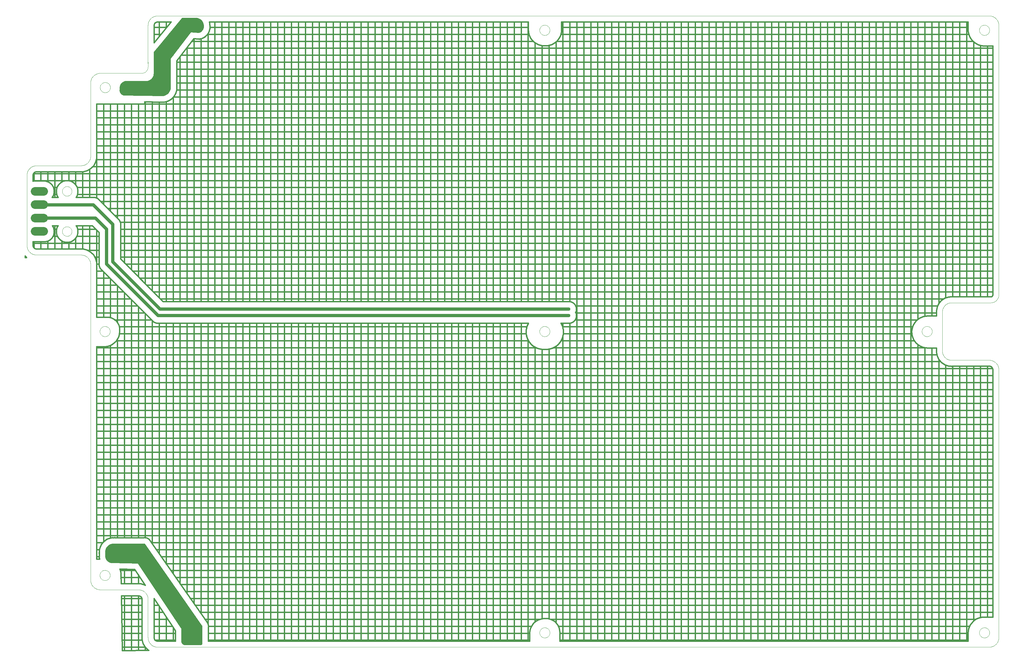
<source format=gtl>
G75*
%MOIN*%
%OFA0B0*%
%FSLAX24Y24*%
%IPPOS*%
%LPD*%
%AMOC8*
5,1,8,0,0,1.08239X$1,22.5*
%
%ADD10C,0.0000*%
%ADD11C,0.1063*%
%ADD12R,0.0317X0.0317*%
%ADD13C,0.0400*%
%ADD14C,0.0120*%
%ADD15C,0.0280*%
%ADD16C,0.0160*%
D10*
X012470Y011579D02*
X017193Y011579D01*
X017193Y011578D02*
X017259Y011576D01*
X017325Y011571D01*
X017391Y011561D01*
X017456Y011548D01*
X017520Y011532D01*
X017583Y011512D01*
X017645Y011488D01*
X017705Y011461D01*
X017764Y011431D01*
X017821Y011397D01*
X017876Y011360D01*
X017929Y011320D01*
X017980Y011278D01*
X018028Y011232D01*
X018074Y011184D01*
X018116Y011133D01*
X018156Y011080D01*
X018193Y011025D01*
X018227Y010968D01*
X018257Y010909D01*
X018284Y010849D01*
X018308Y010787D01*
X018328Y010724D01*
X018344Y010660D01*
X018357Y010595D01*
X018367Y010529D01*
X018372Y010463D01*
X018374Y010397D01*
X018374Y005674D01*
X018375Y005674D02*
X018377Y005608D01*
X018382Y005542D01*
X018392Y005476D01*
X018405Y005411D01*
X018421Y005347D01*
X018441Y005284D01*
X018465Y005222D01*
X018492Y005162D01*
X018522Y005103D01*
X018556Y005046D01*
X018593Y004991D01*
X018633Y004938D01*
X018675Y004887D01*
X018721Y004839D01*
X018769Y004793D01*
X018820Y004751D01*
X018873Y004711D01*
X018928Y004674D01*
X018985Y004640D01*
X019044Y004610D01*
X019104Y004583D01*
X019166Y004559D01*
X019229Y004539D01*
X019293Y004523D01*
X019358Y004510D01*
X019424Y004500D01*
X019490Y004495D01*
X019556Y004493D01*
X122312Y004493D01*
X122378Y004495D01*
X122444Y004500D01*
X122510Y004510D01*
X122575Y004523D01*
X122639Y004539D01*
X122702Y004559D01*
X122764Y004583D01*
X122824Y004610D01*
X122883Y004640D01*
X122940Y004674D01*
X122995Y004711D01*
X123048Y004751D01*
X123099Y004793D01*
X123147Y004839D01*
X123193Y004887D01*
X123235Y004938D01*
X123275Y004991D01*
X123312Y005046D01*
X123346Y005103D01*
X123376Y005162D01*
X123403Y005222D01*
X123427Y005284D01*
X123447Y005347D01*
X123463Y005411D01*
X123476Y005476D01*
X123486Y005542D01*
X123491Y005608D01*
X123493Y005674D01*
X123493Y038745D01*
X123491Y038811D01*
X123486Y038877D01*
X123476Y038943D01*
X123463Y039008D01*
X123447Y039072D01*
X123427Y039135D01*
X123403Y039197D01*
X123376Y039257D01*
X123346Y039316D01*
X123312Y039373D01*
X123275Y039428D01*
X123235Y039481D01*
X123193Y039532D01*
X123147Y039580D01*
X123099Y039626D01*
X123048Y039668D01*
X122995Y039708D01*
X122940Y039745D01*
X122883Y039779D01*
X122824Y039809D01*
X122764Y039836D01*
X122702Y039860D01*
X122639Y039880D01*
X122575Y039896D01*
X122510Y039909D01*
X122444Y039919D01*
X122378Y039924D01*
X122312Y039926D01*
X117588Y039926D01*
X117523Y039931D01*
X117458Y039940D01*
X117394Y039953D01*
X117331Y039970D01*
X117269Y039990D01*
X117208Y040014D01*
X117149Y040041D01*
X117091Y040072D01*
X117035Y040106D01*
X116982Y040143D01*
X116930Y040183D01*
X116881Y040227D01*
X116835Y040273D01*
X116791Y040321D01*
X116750Y040372D01*
X116713Y040425D01*
X116678Y040481D01*
X116647Y040538D01*
X116619Y040597D01*
X116595Y040658D01*
X116574Y040720D01*
X116557Y040783D01*
X116543Y040847D01*
X116533Y040911D01*
X116527Y040976D01*
X116525Y041042D01*
X116527Y041107D01*
X116527Y045832D01*
X116525Y045897D01*
X116527Y045963D01*
X116533Y046028D01*
X116543Y046092D01*
X116557Y046156D01*
X116574Y046219D01*
X116595Y046281D01*
X116619Y046342D01*
X116647Y046401D01*
X116678Y046458D01*
X116713Y046514D01*
X116750Y046567D01*
X116791Y046618D01*
X116835Y046666D01*
X116881Y046712D01*
X116930Y046756D01*
X116982Y046796D01*
X117035Y046833D01*
X117091Y046867D01*
X117149Y046898D01*
X117208Y046925D01*
X117269Y046949D01*
X117331Y046969D01*
X117394Y046986D01*
X117458Y046999D01*
X117523Y047008D01*
X117588Y047013D01*
X122509Y047013D01*
X122571Y047015D01*
X122632Y047021D01*
X122693Y047030D01*
X122754Y047044D01*
X122813Y047061D01*
X122871Y047082D01*
X122928Y047107D01*
X122983Y047135D01*
X123036Y047166D01*
X123087Y047201D01*
X123136Y047239D01*
X123183Y047280D01*
X123226Y047323D01*
X123267Y047370D01*
X123305Y047419D01*
X123340Y047470D01*
X123371Y047523D01*
X123399Y047578D01*
X123424Y047635D01*
X123445Y047693D01*
X123462Y047752D01*
X123476Y047813D01*
X123485Y047874D01*
X123491Y047935D01*
X123493Y047997D01*
X123490Y047879D02*
X123490Y081263D01*
X123493Y081265D02*
X123491Y081331D01*
X123486Y081397D01*
X123476Y081463D01*
X123463Y081528D01*
X123447Y081592D01*
X123427Y081655D01*
X123403Y081717D01*
X123376Y081777D01*
X123346Y081836D01*
X123312Y081893D01*
X123275Y081948D01*
X123235Y082001D01*
X123193Y082052D01*
X123147Y082100D01*
X123099Y082146D01*
X123048Y082188D01*
X122995Y082228D01*
X122940Y082265D01*
X122883Y082299D01*
X122824Y082329D01*
X122764Y082356D01*
X122702Y082380D01*
X122639Y082400D01*
X122575Y082416D01*
X122510Y082429D01*
X122444Y082439D01*
X122378Y082444D01*
X122312Y082446D01*
X019556Y082446D01*
X019555Y082444D02*
X019489Y082442D01*
X019423Y082437D01*
X019357Y082427D01*
X019292Y082414D01*
X019228Y082398D01*
X019165Y082378D01*
X019103Y082354D01*
X019043Y082327D01*
X018984Y082297D01*
X018927Y082263D01*
X018872Y082226D01*
X018819Y082186D01*
X018768Y082144D01*
X018720Y082098D01*
X018674Y082050D01*
X018632Y081999D01*
X018592Y081946D01*
X018555Y081891D01*
X018521Y081834D01*
X018491Y081775D01*
X018464Y081715D01*
X018440Y081653D01*
X018420Y081590D01*
X018404Y081526D01*
X018391Y081461D01*
X018381Y081395D01*
X018376Y081329D01*
X018374Y081263D01*
X018374Y076579D01*
X018375Y076737D02*
X018375Y076147D01*
X018373Y076093D01*
X018368Y076040D01*
X018359Y075987D01*
X018346Y075935D01*
X018330Y075883D01*
X018310Y075833D01*
X018287Y075785D01*
X018260Y075738D01*
X018231Y075693D01*
X018198Y075650D01*
X018163Y075610D01*
X018125Y075572D01*
X018085Y075537D01*
X018042Y075504D01*
X017997Y075475D01*
X017950Y075448D01*
X017902Y075425D01*
X017852Y075405D01*
X017800Y075389D01*
X017748Y075376D01*
X017695Y075367D01*
X017642Y075362D01*
X017588Y075360D01*
X017588Y075359D02*
X012470Y075359D01*
X012404Y075357D01*
X012338Y075352D01*
X012272Y075342D01*
X012207Y075329D01*
X012143Y075313D01*
X012080Y075293D01*
X012018Y075269D01*
X011958Y075242D01*
X011899Y075212D01*
X011842Y075178D01*
X011787Y075141D01*
X011734Y075101D01*
X011683Y075059D01*
X011635Y075013D01*
X011589Y074965D01*
X011547Y074914D01*
X011507Y074861D01*
X011470Y074806D01*
X011436Y074749D01*
X011406Y074690D01*
X011379Y074630D01*
X011355Y074568D01*
X011335Y074505D01*
X011319Y074441D01*
X011306Y074376D01*
X011296Y074310D01*
X011291Y074244D01*
X011289Y074178D01*
X011289Y065123D01*
X011288Y065123D02*
X011286Y065057D01*
X011281Y064991D01*
X011271Y064925D01*
X011258Y064860D01*
X011242Y064796D01*
X011222Y064733D01*
X011198Y064671D01*
X011171Y064611D01*
X011141Y064552D01*
X011107Y064495D01*
X011070Y064440D01*
X011030Y064387D01*
X010988Y064336D01*
X010942Y064288D01*
X010894Y064242D01*
X010843Y064200D01*
X010790Y064160D01*
X010735Y064123D01*
X010678Y064089D01*
X010619Y064059D01*
X010559Y064032D01*
X010497Y064008D01*
X010434Y063988D01*
X010370Y063972D01*
X010305Y063959D01*
X010239Y063949D01*
X010173Y063944D01*
X010107Y063942D01*
X004596Y063942D01*
X004530Y063940D01*
X004464Y063935D01*
X004398Y063925D01*
X004333Y063912D01*
X004269Y063896D01*
X004206Y063876D01*
X004144Y063852D01*
X004084Y063825D01*
X004025Y063795D01*
X003968Y063761D01*
X003913Y063724D01*
X003860Y063684D01*
X003809Y063642D01*
X003761Y063596D01*
X003715Y063548D01*
X003673Y063497D01*
X003633Y063444D01*
X003596Y063389D01*
X003562Y063332D01*
X003532Y063273D01*
X003505Y063213D01*
X003481Y063151D01*
X003461Y063088D01*
X003445Y063024D01*
X003432Y062959D01*
X003422Y062893D01*
X003417Y062827D01*
X003415Y062761D01*
X003415Y054100D01*
X003417Y054034D01*
X003422Y053968D01*
X003432Y053902D01*
X003445Y053837D01*
X003461Y053773D01*
X003481Y053710D01*
X003505Y053648D01*
X003532Y053588D01*
X003562Y053529D01*
X003596Y053472D01*
X003633Y053417D01*
X003673Y053364D01*
X003715Y053313D01*
X003761Y053265D01*
X003809Y053219D01*
X003860Y053177D01*
X003913Y053137D01*
X003968Y053100D01*
X004025Y053066D01*
X004084Y053036D01*
X004144Y053009D01*
X004206Y052985D01*
X004269Y052965D01*
X004333Y052949D01*
X004398Y052936D01*
X004464Y052926D01*
X004530Y052921D01*
X004596Y052919D01*
X010107Y052919D01*
X010107Y052918D02*
X010173Y052916D01*
X010239Y052911D01*
X010305Y052901D01*
X010370Y052888D01*
X010434Y052872D01*
X010497Y052852D01*
X010559Y052828D01*
X010619Y052801D01*
X010678Y052771D01*
X010735Y052737D01*
X010790Y052700D01*
X010843Y052660D01*
X010894Y052618D01*
X010942Y052572D01*
X010988Y052524D01*
X011030Y052473D01*
X011070Y052420D01*
X011107Y052365D01*
X011141Y052308D01*
X011171Y052249D01*
X011198Y052189D01*
X011222Y052127D01*
X011242Y052064D01*
X011258Y052000D01*
X011271Y051935D01*
X011281Y051869D01*
X011286Y051803D01*
X011288Y051737D01*
X011289Y051737D02*
X011289Y012760D01*
X011291Y012694D01*
X011296Y012628D01*
X011306Y012562D01*
X011319Y012497D01*
X011335Y012433D01*
X011355Y012370D01*
X011379Y012308D01*
X011406Y012248D01*
X011436Y012189D01*
X011470Y012132D01*
X011507Y012077D01*
X011547Y012024D01*
X011589Y011973D01*
X011635Y011925D01*
X011683Y011879D01*
X011734Y011837D01*
X011787Y011797D01*
X011842Y011760D01*
X011899Y011726D01*
X011958Y011696D01*
X012018Y011669D01*
X012080Y011645D01*
X012143Y011625D01*
X012207Y011609D01*
X012272Y011596D01*
X012338Y011586D01*
X012404Y011581D01*
X012470Y011579D01*
X012430Y013352D02*
X012432Y013402D01*
X012438Y013452D01*
X012448Y013501D01*
X012462Y013549D01*
X012479Y013596D01*
X012500Y013641D01*
X012525Y013685D01*
X012553Y013726D01*
X012585Y013765D01*
X012619Y013802D01*
X012656Y013836D01*
X012696Y013866D01*
X012738Y013893D01*
X012782Y013917D01*
X012828Y013938D01*
X012875Y013954D01*
X012923Y013967D01*
X012973Y013976D01*
X013022Y013981D01*
X013073Y013982D01*
X013123Y013979D01*
X013172Y013972D01*
X013221Y013961D01*
X013269Y013946D01*
X013315Y013928D01*
X013360Y013906D01*
X013403Y013880D01*
X013444Y013851D01*
X013483Y013819D01*
X013519Y013784D01*
X013551Y013746D01*
X013581Y013706D01*
X013608Y013663D01*
X013631Y013619D01*
X013650Y013573D01*
X013666Y013525D01*
X013678Y013476D01*
X013686Y013427D01*
X013690Y013377D01*
X013690Y013327D01*
X013686Y013277D01*
X013678Y013228D01*
X013666Y013179D01*
X013650Y013131D01*
X013631Y013085D01*
X013608Y013041D01*
X013581Y012998D01*
X013551Y012958D01*
X013519Y012920D01*
X013483Y012885D01*
X013444Y012853D01*
X013403Y012824D01*
X013360Y012798D01*
X013315Y012776D01*
X013269Y012758D01*
X013221Y012743D01*
X013172Y012732D01*
X013123Y012725D01*
X013073Y012722D01*
X013022Y012723D01*
X012973Y012728D01*
X012923Y012737D01*
X012875Y012750D01*
X012828Y012766D01*
X012782Y012787D01*
X012738Y012811D01*
X012696Y012838D01*
X012656Y012868D01*
X012619Y012902D01*
X012585Y012939D01*
X012553Y012978D01*
X012525Y013019D01*
X012500Y013063D01*
X012479Y013108D01*
X012462Y013155D01*
X012448Y013203D01*
X012438Y013252D01*
X012432Y013302D01*
X012430Y013352D01*
X012430Y043470D02*
X012432Y043520D01*
X012438Y043570D01*
X012448Y043619D01*
X012462Y043667D01*
X012479Y043714D01*
X012500Y043759D01*
X012525Y043803D01*
X012553Y043844D01*
X012585Y043883D01*
X012619Y043920D01*
X012656Y043954D01*
X012696Y043984D01*
X012738Y044011D01*
X012782Y044035D01*
X012828Y044056D01*
X012875Y044072D01*
X012923Y044085D01*
X012973Y044094D01*
X013022Y044099D01*
X013073Y044100D01*
X013123Y044097D01*
X013172Y044090D01*
X013221Y044079D01*
X013269Y044064D01*
X013315Y044046D01*
X013360Y044024D01*
X013403Y043998D01*
X013444Y043969D01*
X013483Y043937D01*
X013519Y043902D01*
X013551Y043864D01*
X013581Y043824D01*
X013608Y043781D01*
X013631Y043737D01*
X013650Y043691D01*
X013666Y043643D01*
X013678Y043594D01*
X013686Y043545D01*
X013690Y043495D01*
X013690Y043445D01*
X013686Y043395D01*
X013678Y043346D01*
X013666Y043297D01*
X013650Y043249D01*
X013631Y043203D01*
X013608Y043159D01*
X013581Y043116D01*
X013551Y043076D01*
X013519Y043038D01*
X013483Y043003D01*
X013444Y042971D01*
X013403Y042942D01*
X013360Y042916D01*
X013315Y042894D01*
X013269Y042876D01*
X013221Y042861D01*
X013172Y042850D01*
X013123Y042843D01*
X013073Y042840D01*
X013022Y042841D01*
X012973Y042846D01*
X012923Y042855D01*
X012875Y042868D01*
X012828Y042884D01*
X012782Y042905D01*
X012738Y042929D01*
X012696Y042956D01*
X012656Y042986D01*
X012619Y043020D01*
X012585Y043057D01*
X012553Y043096D01*
X012525Y043137D01*
X012500Y043181D01*
X012479Y043226D01*
X012462Y043273D01*
X012448Y043321D01*
X012438Y043370D01*
X012432Y043420D01*
X012430Y043470D01*
X007784Y055820D02*
X007786Y055868D01*
X007792Y055916D01*
X007802Y055963D01*
X007815Y056009D01*
X007833Y056054D01*
X007853Y056098D01*
X007878Y056140D01*
X007906Y056179D01*
X007936Y056216D01*
X007970Y056250D01*
X008007Y056282D01*
X008045Y056311D01*
X008086Y056336D01*
X008129Y056358D01*
X008174Y056376D01*
X008220Y056390D01*
X008267Y056401D01*
X008315Y056408D01*
X008363Y056411D01*
X008411Y056410D01*
X008459Y056405D01*
X008507Y056396D01*
X008553Y056384D01*
X008598Y056367D01*
X008642Y056347D01*
X008684Y056324D01*
X008724Y056297D01*
X008762Y056267D01*
X008797Y056234D01*
X008829Y056198D01*
X008859Y056160D01*
X008885Y056119D01*
X008907Y056076D01*
X008927Y056032D01*
X008942Y055987D01*
X008954Y055940D01*
X008962Y055892D01*
X008966Y055844D01*
X008966Y055796D01*
X008962Y055748D01*
X008954Y055700D01*
X008942Y055653D01*
X008927Y055608D01*
X008907Y055564D01*
X008885Y055521D01*
X008859Y055480D01*
X008829Y055442D01*
X008797Y055406D01*
X008762Y055373D01*
X008724Y055343D01*
X008684Y055316D01*
X008642Y055293D01*
X008598Y055273D01*
X008553Y055256D01*
X008507Y055244D01*
X008459Y055235D01*
X008411Y055230D01*
X008363Y055229D01*
X008315Y055232D01*
X008267Y055239D01*
X008220Y055250D01*
X008174Y055264D01*
X008129Y055282D01*
X008086Y055304D01*
X008045Y055329D01*
X008007Y055358D01*
X007970Y055390D01*
X007936Y055424D01*
X007906Y055461D01*
X007878Y055500D01*
X007853Y055542D01*
X007833Y055586D01*
X007815Y055631D01*
X007802Y055677D01*
X007792Y055724D01*
X007786Y055772D01*
X007784Y055820D01*
X007784Y060781D02*
X007786Y060829D01*
X007792Y060877D01*
X007802Y060924D01*
X007815Y060970D01*
X007833Y061015D01*
X007853Y061059D01*
X007878Y061101D01*
X007906Y061140D01*
X007936Y061177D01*
X007970Y061211D01*
X008007Y061243D01*
X008045Y061272D01*
X008086Y061297D01*
X008129Y061319D01*
X008174Y061337D01*
X008220Y061351D01*
X008267Y061362D01*
X008315Y061369D01*
X008363Y061372D01*
X008411Y061371D01*
X008459Y061366D01*
X008507Y061357D01*
X008553Y061345D01*
X008598Y061328D01*
X008642Y061308D01*
X008684Y061285D01*
X008724Y061258D01*
X008762Y061228D01*
X008797Y061195D01*
X008829Y061159D01*
X008859Y061121D01*
X008885Y061080D01*
X008907Y061037D01*
X008927Y060993D01*
X008942Y060948D01*
X008954Y060901D01*
X008962Y060853D01*
X008966Y060805D01*
X008966Y060757D01*
X008962Y060709D01*
X008954Y060661D01*
X008942Y060614D01*
X008927Y060569D01*
X008907Y060525D01*
X008885Y060482D01*
X008859Y060441D01*
X008829Y060403D01*
X008797Y060367D01*
X008762Y060334D01*
X008724Y060304D01*
X008684Y060277D01*
X008642Y060254D01*
X008598Y060234D01*
X008553Y060217D01*
X008507Y060205D01*
X008459Y060196D01*
X008411Y060191D01*
X008363Y060190D01*
X008315Y060193D01*
X008267Y060200D01*
X008220Y060211D01*
X008174Y060225D01*
X008129Y060243D01*
X008086Y060265D01*
X008045Y060290D01*
X008007Y060319D01*
X007970Y060351D01*
X007936Y060385D01*
X007906Y060422D01*
X007878Y060461D01*
X007853Y060503D01*
X007833Y060547D01*
X007815Y060592D01*
X007802Y060638D01*
X007792Y060685D01*
X007786Y060733D01*
X007784Y060781D01*
X012458Y073593D02*
X012460Y073643D01*
X012466Y073693D01*
X012476Y073742D01*
X012490Y073790D01*
X012507Y073837D01*
X012528Y073882D01*
X012553Y073926D01*
X012581Y073967D01*
X012613Y074006D01*
X012647Y074043D01*
X012684Y074077D01*
X012724Y074107D01*
X012766Y074134D01*
X012810Y074158D01*
X012856Y074179D01*
X012903Y074195D01*
X012951Y074208D01*
X013001Y074217D01*
X013050Y074222D01*
X013101Y074223D01*
X013151Y074220D01*
X013200Y074213D01*
X013249Y074202D01*
X013297Y074187D01*
X013343Y074169D01*
X013388Y074147D01*
X013431Y074121D01*
X013472Y074092D01*
X013511Y074060D01*
X013547Y074025D01*
X013579Y073987D01*
X013609Y073947D01*
X013636Y073904D01*
X013659Y073860D01*
X013678Y073814D01*
X013694Y073766D01*
X013706Y073717D01*
X013714Y073668D01*
X013718Y073618D01*
X013718Y073568D01*
X013714Y073518D01*
X013706Y073469D01*
X013694Y073420D01*
X013678Y073372D01*
X013659Y073326D01*
X013636Y073282D01*
X013609Y073239D01*
X013579Y073199D01*
X013547Y073161D01*
X013511Y073126D01*
X013472Y073094D01*
X013431Y073065D01*
X013388Y073039D01*
X013343Y073017D01*
X013297Y072999D01*
X013249Y072984D01*
X013200Y072973D01*
X013151Y072966D01*
X013101Y072963D01*
X013050Y072964D01*
X013001Y072969D01*
X012951Y072978D01*
X012903Y072991D01*
X012856Y073007D01*
X012810Y073028D01*
X012766Y073052D01*
X012724Y073079D01*
X012684Y073109D01*
X012647Y073143D01*
X012613Y073180D01*
X012581Y073219D01*
X012553Y073260D01*
X012528Y073304D01*
X012507Y073349D01*
X012490Y073396D01*
X012476Y073444D01*
X012466Y073493D01*
X012460Y073543D01*
X012458Y073593D01*
X066761Y080674D02*
X066763Y080724D01*
X066769Y080774D01*
X066779Y080823D01*
X066793Y080871D01*
X066810Y080918D01*
X066831Y080963D01*
X066856Y081007D01*
X066884Y081048D01*
X066916Y081087D01*
X066950Y081124D01*
X066987Y081158D01*
X067027Y081188D01*
X067069Y081215D01*
X067113Y081239D01*
X067159Y081260D01*
X067206Y081276D01*
X067254Y081289D01*
X067304Y081298D01*
X067353Y081303D01*
X067404Y081304D01*
X067454Y081301D01*
X067503Y081294D01*
X067552Y081283D01*
X067600Y081268D01*
X067646Y081250D01*
X067691Y081228D01*
X067734Y081202D01*
X067775Y081173D01*
X067814Y081141D01*
X067850Y081106D01*
X067882Y081068D01*
X067912Y081028D01*
X067939Y080985D01*
X067962Y080941D01*
X067981Y080895D01*
X067997Y080847D01*
X068009Y080798D01*
X068017Y080749D01*
X068021Y080699D01*
X068021Y080649D01*
X068017Y080599D01*
X068009Y080550D01*
X067997Y080501D01*
X067981Y080453D01*
X067962Y080407D01*
X067939Y080363D01*
X067912Y080320D01*
X067882Y080280D01*
X067850Y080242D01*
X067814Y080207D01*
X067775Y080175D01*
X067734Y080146D01*
X067691Y080120D01*
X067646Y080098D01*
X067600Y080080D01*
X067552Y080065D01*
X067503Y080054D01*
X067454Y080047D01*
X067404Y080044D01*
X067353Y080045D01*
X067304Y080050D01*
X067254Y080059D01*
X067206Y080072D01*
X067159Y080088D01*
X067113Y080109D01*
X067069Y080133D01*
X067027Y080160D01*
X066987Y080190D01*
X066950Y080224D01*
X066916Y080261D01*
X066884Y080300D01*
X066856Y080341D01*
X066831Y080385D01*
X066810Y080430D01*
X066793Y080477D01*
X066779Y080525D01*
X066769Y080574D01*
X066763Y080624D01*
X066761Y080674D01*
X066761Y043470D02*
X066763Y043520D01*
X066769Y043570D01*
X066779Y043619D01*
X066793Y043667D01*
X066810Y043714D01*
X066831Y043759D01*
X066856Y043803D01*
X066884Y043844D01*
X066916Y043883D01*
X066950Y043920D01*
X066987Y043954D01*
X067027Y043984D01*
X067069Y044011D01*
X067113Y044035D01*
X067159Y044056D01*
X067206Y044072D01*
X067254Y044085D01*
X067304Y044094D01*
X067353Y044099D01*
X067404Y044100D01*
X067454Y044097D01*
X067503Y044090D01*
X067552Y044079D01*
X067600Y044064D01*
X067646Y044046D01*
X067691Y044024D01*
X067734Y043998D01*
X067775Y043969D01*
X067814Y043937D01*
X067850Y043902D01*
X067882Y043864D01*
X067912Y043824D01*
X067939Y043781D01*
X067962Y043737D01*
X067981Y043691D01*
X067997Y043643D01*
X068009Y043594D01*
X068017Y043545D01*
X068021Y043495D01*
X068021Y043445D01*
X068017Y043395D01*
X068009Y043346D01*
X067997Y043297D01*
X067981Y043249D01*
X067962Y043203D01*
X067939Y043159D01*
X067912Y043116D01*
X067882Y043076D01*
X067850Y043038D01*
X067814Y043003D01*
X067775Y042971D01*
X067734Y042942D01*
X067691Y042916D01*
X067646Y042894D01*
X067600Y042876D01*
X067552Y042861D01*
X067503Y042850D01*
X067454Y042843D01*
X067404Y042840D01*
X067353Y042841D01*
X067304Y042846D01*
X067254Y042855D01*
X067206Y042868D01*
X067159Y042884D01*
X067113Y042905D01*
X067069Y042929D01*
X067027Y042956D01*
X066987Y042986D01*
X066950Y043020D01*
X066916Y043057D01*
X066884Y043096D01*
X066856Y043137D01*
X066831Y043181D01*
X066810Y043226D01*
X066793Y043273D01*
X066779Y043321D01*
X066769Y043370D01*
X066763Y043420D01*
X066761Y043470D01*
X114005Y043470D02*
X114007Y043520D01*
X114013Y043570D01*
X114023Y043619D01*
X114037Y043667D01*
X114054Y043714D01*
X114075Y043759D01*
X114100Y043803D01*
X114128Y043844D01*
X114160Y043883D01*
X114194Y043920D01*
X114231Y043954D01*
X114271Y043984D01*
X114313Y044011D01*
X114357Y044035D01*
X114403Y044056D01*
X114450Y044072D01*
X114498Y044085D01*
X114548Y044094D01*
X114597Y044099D01*
X114648Y044100D01*
X114698Y044097D01*
X114747Y044090D01*
X114796Y044079D01*
X114844Y044064D01*
X114890Y044046D01*
X114935Y044024D01*
X114978Y043998D01*
X115019Y043969D01*
X115058Y043937D01*
X115094Y043902D01*
X115126Y043864D01*
X115156Y043824D01*
X115183Y043781D01*
X115206Y043737D01*
X115225Y043691D01*
X115241Y043643D01*
X115253Y043594D01*
X115261Y043545D01*
X115265Y043495D01*
X115265Y043445D01*
X115261Y043395D01*
X115253Y043346D01*
X115241Y043297D01*
X115225Y043249D01*
X115206Y043203D01*
X115183Y043159D01*
X115156Y043116D01*
X115126Y043076D01*
X115094Y043038D01*
X115058Y043003D01*
X115019Y042971D01*
X114978Y042942D01*
X114935Y042916D01*
X114890Y042894D01*
X114844Y042876D01*
X114796Y042861D01*
X114747Y042850D01*
X114698Y042843D01*
X114648Y042840D01*
X114597Y042841D01*
X114548Y042846D01*
X114498Y042855D01*
X114450Y042868D01*
X114403Y042884D01*
X114357Y042905D01*
X114313Y042929D01*
X114271Y042956D01*
X114231Y042986D01*
X114194Y043020D01*
X114160Y043057D01*
X114128Y043096D01*
X114100Y043137D01*
X114075Y043181D01*
X114054Y043226D01*
X114037Y043273D01*
X114023Y043321D01*
X114013Y043370D01*
X114007Y043420D01*
X114005Y043470D01*
X121092Y080674D02*
X121094Y080724D01*
X121100Y080774D01*
X121110Y080823D01*
X121124Y080871D01*
X121141Y080918D01*
X121162Y080963D01*
X121187Y081007D01*
X121215Y081048D01*
X121247Y081087D01*
X121281Y081124D01*
X121318Y081158D01*
X121358Y081188D01*
X121400Y081215D01*
X121444Y081239D01*
X121490Y081260D01*
X121537Y081276D01*
X121585Y081289D01*
X121635Y081298D01*
X121684Y081303D01*
X121735Y081304D01*
X121785Y081301D01*
X121834Y081294D01*
X121883Y081283D01*
X121931Y081268D01*
X121977Y081250D01*
X122022Y081228D01*
X122065Y081202D01*
X122106Y081173D01*
X122145Y081141D01*
X122181Y081106D01*
X122213Y081068D01*
X122243Y081028D01*
X122270Y080985D01*
X122293Y080941D01*
X122312Y080895D01*
X122328Y080847D01*
X122340Y080798D01*
X122348Y080749D01*
X122352Y080699D01*
X122352Y080649D01*
X122348Y080599D01*
X122340Y080550D01*
X122328Y080501D01*
X122312Y080453D01*
X122293Y080407D01*
X122270Y080363D01*
X122243Y080320D01*
X122213Y080280D01*
X122181Y080242D01*
X122145Y080207D01*
X122106Y080175D01*
X122065Y080146D01*
X122022Y080120D01*
X121977Y080098D01*
X121931Y080080D01*
X121883Y080065D01*
X121834Y080054D01*
X121785Y080047D01*
X121735Y080044D01*
X121684Y080045D01*
X121635Y080050D01*
X121585Y080059D01*
X121537Y080072D01*
X121490Y080088D01*
X121444Y080109D01*
X121400Y080133D01*
X121358Y080160D01*
X121318Y080190D01*
X121281Y080224D01*
X121247Y080261D01*
X121215Y080300D01*
X121187Y080341D01*
X121162Y080385D01*
X121141Y080430D01*
X121124Y080477D01*
X121110Y080525D01*
X121100Y080574D01*
X121094Y080624D01*
X121092Y080674D01*
X121092Y006265D02*
X121094Y006315D01*
X121100Y006365D01*
X121110Y006414D01*
X121124Y006462D01*
X121141Y006509D01*
X121162Y006554D01*
X121187Y006598D01*
X121215Y006639D01*
X121247Y006678D01*
X121281Y006715D01*
X121318Y006749D01*
X121358Y006779D01*
X121400Y006806D01*
X121444Y006830D01*
X121490Y006851D01*
X121537Y006867D01*
X121585Y006880D01*
X121635Y006889D01*
X121684Y006894D01*
X121735Y006895D01*
X121785Y006892D01*
X121834Y006885D01*
X121883Y006874D01*
X121931Y006859D01*
X121977Y006841D01*
X122022Y006819D01*
X122065Y006793D01*
X122106Y006764D01*
X122145Y006732D01*
X122181Y006697D01*
X122213Y006659D01*
X122243Y006619D01*
X122270Y006576D01*
X122293Y006532D01*
X122312Y006486D01*
X122328Y006438D01*
X122340Y006389D01*
X122348Y006340D01*
X122352Y006290D01*
X122352Y006240D01*
X122348Y006190D01*
X122340Y006141D01*
X122328Y006092D01*
X122312Y006044D01*
X122293Y005998D01*
X122270Y005954D01*
X122243Y005911D01*
X122213Y005871D01*
X122181Y005833D01*
X122145Y005798D01*
X122106Y005766D01*
X122065Y005737D01*
X122022Y005711D01*
X121977Y005689D01*
X121931Y005671D01*
X121883Y005656D01*
X121834Y005645D01*
X121785Y005638D01*
X121735Y005635D01*
X121684Y005636D01*
X121635Y005641D01*
X121585Y005650D01*
X121537Y005663D01*
X121490Y005679D01*
X121444Y005700D01*
X121400Y005724D01*
X121358Y005751D01*
X121318Y005781D01*
X121281Y005815D01*
X121247Y005852D01*
X121215Y005891D01*
X121187Y005932D01*
X121162Y005976D01*
X121141Y006021D01*
X121124Y006068D01*
X121110Y006116D01*
X121100Y006165D01*
X121094Y006215D01*
X121092Y006265D01*
X066761Y006265D02*
X066763Y006315D01*
X066769Y006365D01*
X066779Y006414D01*
X066793Y006462D01*
X066810Y006509D01*
X066831Y006554D01*
X066856Y006598D01*
X066884Y006639D01*
X066916Y006678D01*
X066950Y006715D01*
X066987Y006749D01*
X067027Y006779D01*
X067069Y006806D01*
X067113Y006830D01*
X067159Y006851D01*
X067206Y006867D01*
X067254Y006880D01*
X067304Y006889D01*
X067353Y006894D01*
X067404Y006895D01*
X067454Y006892D01*
X067503Y006885D01*
X067552Y006874D01*
X067600Y006859D01*
X067646Y006841D01*
X067691Y006819D01*
X067734Y006793D01*
X067775Y006764D01*
X067814Y006732D01*
X067850Y006697D01*
X067882Y006659D01*
X067912Y006619D01*
X067939Y006576D01*
X067962Y006532D01*
X067981Y006486D01*
X067997Y006438D01*
X068009Y006389D01*
X068017Y006340D01*
X068021Y006290D01*
X068021Y006240D01*
X068017Y006190D01*
X068009Y006141D01*
X067997Y006092D01*
X067981Y006044D01*
X067962Y005998D01*
X067939Y005954D01*
X067912Y005911D01*
X067882Y005871D01*
X067850Y005833D01*
X067814Y005798D01*
X067775Y005766D01*
X067734Y005737D01*
X067691Y005711D01*
X067646Y005689D01*
X067600Y005671D01*
X067552Y005656D01*
X067503Y005645D01*
X067454Y005638D01*
X067404Y005635D01*
X067353Y005636D01*
X067304Y005641D01*
X067254Y005650D01*
X067206Y005663D01*
X067159Y005679D01*
X067113Y005700D01*
X067069Y005724D01*
X067027Y005751D01*
X066987Y005781D01*
X066950Y005815D01*
X066916Y005852D01*
X066884Y005891D01*
X066856Y005932D01*
X066831Y005976D01*
X066810Y006021D01*
X066793Y006068D01*
X066779Y006116D01*
X066769Y006165D01*
X066763Y006215D01*
X066761Y006265D01*
D11*
X005501Y055820D02*
X004438Y055820D01*
X004438Y057474D02*
X005501Y057474D01*
X005501Y059127D02*
X004438Y059127D01*
X004438Y060781D02*
X005501Y060781D01*
D12*
X070344Y046226D03*
X070344Y045438D03*
D13*
X019804Y045438D01*
X019809Y045433D02*
X019609Y045433D01*
X013257Y051785D01*
X013257Y056068D01*
X013255Y056093D02*
X011875Y057473D01*
X005455Y057473D01*
X005455Y059093D02*
X011635Y059093D01*
X014035Y056693D01*
X014035Y052073D01*
X014044Y052027D02*
X019849Y046223D01*
X019872Y046226D02*
X070344Y046226D01*
D14*
X022562Y079030D02*
X020057Y079030D01*
X019959Y078911D02*
X022471Y078911D01*
X022381Y078793D02*
X019861Y078793D01*
X019763Y078674D02*
X022290Y078674D01*
X022200Y078556D02*
X019664Y078556D01*
X019566Y078437D02*
X022109Y078437D01*
X022019Y078319D02*
X019468Y078319D01*
X019370Y078200D02*
X021928Y078200D01*
X021838Y078082D02*
X019272Y078082D01*
X019174Y077963D02*
X021747Y077963D01*
X021657Y077845D02*
X019149Y077845D01*
X019149Y077933D02*
X022629Y082133D01*
X024269Y082133D01*
X024411Y082127D01*
X024551Y082098D01*
X024685Y082048D01*
X024809Y081977D01*
X024921Y081888D01*
X025017Y081782D01*
X025096Y081663D01*
X025155Y081533D01*
X025193Y081395D01*
X025209Y081253D01*
X025223Y081140D01*
X025220Y081027D01*
X025199Y080915D01*
X025161Y080807D01*
X025107Y080707D01*
X025037Y080617D01*
X024955Y080539D01*
X024861Y080474D01*
X024758Y080426D01*
X024649Y080393D01*
X023649Y080453D01*
X021129Y077153D01*
X021129Y073593D01*
X021118Y073451D01*
X021088Y073312D01*
X021038Y073178D01*
X020970Y073053D01*
X020884Y072938D01*
X020783Y072838D01*
X020669Y072752D01*
X020544Y072684D01*
X020410Y072634D01*
X020271Y072603D01*
X020129Y072593D01*
X015389Y072653D01*
X015298Y072684D01*
X015214Y072729D01*
X015137Y072786D01*
X015070Y072854D01*
X015015Y072932D01*
X014973Y073018D01*
X014945Y073109D01*
X014931Y073204D01*
X014932Y073299D01*
X014949Y073393D01*
X014935Y073519D01*
X014941Y073645D01*
X014967Y073768D01*
X015011Y073886D01*
X015074Y073996D01*
X015153Y074094D01*
X015246Y074179D01*
X015352Y074248D01*
X015467Y074300D01*
X015589Y074333D01*
X018149Y074333D01*
X018291Y074343D01*
X018430Y074374D01*
X018564Y074424D01*
X018689Y074492D01*
X018803Y074578D01*
X018904Y074678D01*
X018990Y074793D01*
X019058Y074918D01*
X019108Y075052D01*
X019138Y075191D01*
X019149Y075333D01*
X019149Y077933D01*
X019149Y077726D02*
X021566Y077726D01*
X021476Y077608D02*
X019149Y077608D01*
X019149Y077489D02*
X021385Y077489D01*
X021295Y077371D02*
X019149Y077371D01*
X019149Y077252D02*
X021204Y077252D01*
X021129Y077134D02*
X019149Y077134D01*
X019149Y077015D02*
X021129Y077015D01*
X021129Y076897D02*
X019149Y076897D01*
X019149Y076778D02*
X021129Y076778D01*
X021129Y076660D02*
X019149Y076660D01*
X019149Y076541D02*
X021129Y076541D01*
X021129Y076423D02*
X019149Y076423D01*
X019149Y076304D02*
X021129Y076304D01*
X021129Y076186D02*
X019149Y076186D01*
X019149Y076067D02*
X021129Y076067D01*
X021129Y075949D02*
X019149Y075949D01*
X019149Y075830D02*
X021129Y075830D01*
X021129Y075712D02*
X019149Y075712D01*
X019149Y075593D02*
X021129Y075593D01*
X021129Y075475D02*
X019149Y075475D01*
X019149Y075356D02*
X021129Y075356D01*
X021129Y075238D02*
X019142Y075238D01*
X019123Y075119D02*
X021129Y075119D01*
X021129Y075001D02*
X019089Y075001D01*
X019039Y074882D02*
X021129Y074882D01*
X021129Y074764D02*
X018968Y074764D01*
X018871Y074645D02*
X021129Y074645D01*
X021129Y074527D02*
X018736Y074527D01*
X018523Y074408D02*
X021129Y074408D01*
X021129Y074290D02*
X015444Y074290D01*
X015238Y074171D02*
X021129Y074171D01*
X021129Y074053D02*
X015120Y074053D01*
X015039Y073934D02*
X021129Y073934D01*
X021129Y073816D02*
X014985Y073816D01*
X014952Y073697D02*
X021129Y073697D01*
X021128Y073579D02*
X014938Y073579D01*
X014941Y073460D02*
X021119Y073460D01*
X021095Y073342D02*
X014940Y073342D01*
X014931Y073223D02*
X021055Y073223D01*
X020998Y073105D02*
X014946Y073105D01*
X014989Y072986D02*
X020920Y072986D01*
X020814Y072868D02*
X015061Y072868D01*
X015186Y072749D02*
X020664Y072749D01*
X020397Y072631D02*
X017155Y072631D01*
X020155Y079148D02*
X022652Y079148D01*
X022743Y079267D02*
X020254Y079267D01*
X020352Y079385D02*
X022833Y079385D01*
X022924Y079504D02*
X020450Y079504D01*
X020548Y079622D02*
X023014Y079622D01*
X023105Y079741D02*
X020646Y079741D01*
X020744Y079859D02*
X023195Y079859D01*
X023286Y079978D02*
X020843Y079978D01*
X020941Y080096D02*
X023376Y080096D01*
X023467Y080215D02*
X021039Y080215D01*
X021137Y080333D02*
X023557Y080333D01*
X023648Y080452D02*
X021235Y080452D01*
X021334Y080570D02*
X024988Y080570D01*
X025093Y080689D02*
X021432Y080689D01*
X021530Y080807D02*
X025161Y080807D01*
X025201Y080926D02*
X021628Y080926D01*
X021726Y081044D02*
X025221Y081044D01*
X025220Y081163D02*
X021825Y081163D01*
X021923Y081281D02*
X025205Y081281D01*
X025191Y081400D02*
X022021Y081400D01*
X022119Y081518D02*
X025159Y081518D01*
X025108Y081637D02*
X022217Y081637D01*
X022315Y081755D02*
X025035Y081755D01*
X024934Y081874D02*
X022414Y081874D01*
X022512Y081992D02*
X024782Y081992D01*
X024488Y082111D02*
X022610Y082111D01*
X023671Y080452D02*
X024813Y080452D01*
X017949Y017213D02*
X014149Y017213D01*
X014006Y017203D01*
X013867Y017173D01*
X017977Y017173D01*
X017949Y017213D02*
X025029Y007073D01*
X025029Y004933D01*
X025025Y004902D01*
X025015Y004873D01*
X024998Y004846D01*
X024976Y004824D01*
X024949Y004807D01*
X024920Y004797D01*
X024889Y004793D01*
X023069Y004793D01*
X022996Y004784D01*
X022923Y004787D01*
X022851Y004803D01*
X022784Y004831D01*
X022722Y004871D01*
X022668Y004920D01*
X022624Y004979D01*
X022590Y005043D01*
X022569Y005113D01*
X022569Y006813D01*
X022429Y006953D01*
X017169Y014873D01*
X014089Y014933D01*
X013959Y014925D01*
X013829Y014936D01*
X013703Y014968D01*
X013584Y015019D01*
X013474Y015089D01*
X013376Y015174D01*
X013292Y015274D01*
X013226Y015386D01*
X013177Y015507D01*
X013149Y015633D01*
X013149Y016213D01*
X013159Y016356D01*
X013189Y016495D01*
X013239Y016629D01*
X013307Y016754D01*
X013393Y016868D01*
X013494Y016969D01*
X013608Y017055D01*
X013733Y017123D01*
X013867Y017173D01*
X013608Y017054D02*
X018060Y017054D01*
X018142Y016936D02*
X013460Y016936D01*
X013355Y016817D02*
X018225Y016817D01*
X018308Y016699D02*
X013277Y016699D01*
X013221Y016580D02*
X018390Y016580D01*
X018473Y016462D02*
X013182Y016462D01*
X013158Y016343D02*
X018556Y016343D01*
X018639Y016225D02*
X013149Y016225D01*
X013149Y016106D02*
X018721Y016106D01*
X018804Y015988D02*
X013149Y015988D01*
X013149Y015869D02*
X018887Y015869D01*
X018970Y015751D02*
X013149Y015751D01*
X013149Y015632D02*
X019052Y015632D01*
X019135Y015514D02*
X013176Y015514D01*
X013222Y015395D02*
X019218Y015395D01*
X019301Y015277D02*
X013291Y015277D01*
X013394Y015158D02*
X019383Y015158D01*
X019466Y015040D02*
X013551Y015040D01*
X014703Y014921D02*
X019549Y014921D01*
X019632Y014803D02*
X017215Y014803D01*
X017294Y014684D02*
X019714Y014684D01*
X019797Y014566D02*
X017373Y014566D01*
X017451Y014447D02*
X019880Y014447D01*
X019963Y014329D02*
X017530Y014329D01*
X017609Y014210D02*
X020045Y014210D01*
X020128Y014092D02*
X017688Y014092D01*
X017766Y013973D02*
X020211Y013973D01*
X020294Y013855D02*
X017845Y013855D01*
X017924Y013736D02*
X020376Y013736D01*
X020459Y013618D02*
X018002Y013618D01*
X018081Y013499D02*
X020542Y013499D01*
X020624Y013381D02*
X018160Y013381D01*
X018238Y013262D02*
X020707Y013262D01*
X020790Y013144D02*
X018317Y013144D01*
X018396Y013025D02*
X020873Y013025D01*
X020955Y012907D02*
X018475Y012907D01*
X018553Y012788D02*
X021038Y012788D01*
X021121Y012670D02*
X018632Y012670D01*
X018711Y012551D02*
X021204Y012551D01*
X021286Y012433D02*
X018789Y012433D01*
X018868Y012314D02*
X021369Y012314D01*
X021452Y012196D02*
X018947Y012196D01*
X019025Y012077D02*
X021535Y012077D01*
X021617Y011959D02*
X019104Y011959D01*
X019183Y011840D02*
X021700Y011840D01*
X021783Y011722D02*
X019262Y011722D01*
X019340Y011603D02*
X021866Y011603D01*
X021948Y011485D02*
X019419Y011485D01*
X019498Y011366D02*
X022031Y011366D01*
X022114Y011248D02*
X019576Y011248D01*
X019655Y011129D02*
X022197Y011129D01*
X022279Y011011D02*
X019734Y011011D01*
X019812Y010892D02*
X022362Y010892D01*
X022445Y010774D02*
X019891Y010774D01*
X019970Y010655D02*
X022527Y010655D01*
X022610Y010537D02*
X020049Y010537D01*
X020127Y010418D02*
X022693Y010418D01*
X022776Y010300D02*
X020206Y010300D01*
X020285Y010181D02*
X022858Y010181D01*
X022941Y010063D02*
X020363Y010063D01*
X020442Y009944D02*
X023024Y009944D01*
X023107Y009826D02*
X020521Y009826D01*
X020599Y009707D02*
X023189Y009707D01*
X023272Y009589D02*
X020678Y009589D01*
X020757Y009470D02*
X023355Y009470D01*
X023438Y009352D02*
X020836Y009352D01*
X020914Y009233D02*
X023520Y009233D01*
X023603Y009115D02*
X020993Y009115D01*
X021072Y008996D02*
X023686Y008996D01*
X023769Y008878D02*
X021150Y008878D01*
X021229Y008759D02*
X023851Y008759D01*
X023934Y008641D02*
X021308Y008641D01*
X021386Y008522D02*
X024017Y008522D01*
X024100Y008404D02*
X021465Y008404D01*
X021544Y008285D02*
X024182Y008285D01*
X024265Y008167D02*
X021623Y008167D01*
X021701Y008048D02*
X024348Y008048D01*
X024430Y007930D02*
X021780Y007930D01*
X021859Y007811D02*
X024513Y007811D01*
X024596Y007693D02*
X021937Y007693D01*
X022016Y007574D02*
X024679Y007574D01*
X024761Y007456D02*
X022095Y007456D01*
X022173Y007337D02*
X024844Y007337D01*
X024927Y007219D02*
X022252Y007219D01*
X022331Y007100D02*
X025010Y007100D01*
X025029Y006982D02*
X022410Y006982D01*
X022519Y006863D02*
X025029Y006863D01*
X025029Y006745D02*
X022569Y006745D01*
X022569Y006626D02*
X025029Y006626D01*
X025029Y006508D02*
X022569Y006508D01*
X022569Y006389D02*
X025029Y006389D01*
X025029Y006271D02*
X022569Y006271D01*
X022569Y006152D02*
X025029Y006152D01*
X025029Y006034D02*
X022569Y006034D01*
X022569Y005915D02*
X025029Y005915D01*
X025029Y005797D02*
X022569Y005797D01*
X022569Y005678D02*
X025029Y005678D01*
X025029Y005560D02*
X022569Y005560D01*
X022569Y005441D02*
X025029Y005441D01*
X025029Y005323D02*
X022569Y005323D01*
X022569Y005204D02*
X025029Y005204D01*
X025029Y005086D02*
X022577Y005086D01*
X022633Y004967D02*
X025029Y004967D01*
X025000Y004849D02*
X022757Y004849D01*
D15*
X022929Y005153D03*
X023469Y005153D03*
X024009Y005153D03*
X024549Y005153D03*
X024549Y005693D03*
X024549Y006233D03*
X024009Y006233D03*
X024009Y005693D03*
X023469Y005693D03*
X023469Y006233D03*
X022929Y006233D03*
X022929Y005693D03*
X015309Y015413D03*
X014829Y015413D03*
X014349Y015413D03*
X013869Y015413D03*
X013869Y015953D03*
X014349Y015953D03*
X014829Y015953D03*
X015309Y015953D03*
X015309Y016433D03*
X014829Y016433D03*
X014349Y016433D03*
X013869Y016433D03*
X015249Y072953D03*
X015249Y073373D03*
X015249Y073793D03*
X015729Y073793D03*
X015729Y073373D03*
X015729Y072953D03*
X016209Y072953D03*
X016209Y073373D03*
X016209Y073793D03*
X016689Y073793D03*
X016689Y073373D03*
X016689Y072953D03*
X022869Y080693D03*
X023409Y080693D03*
X023949Y080693D03*
X024489Y080693D03*
X024489Y081233D03*
X024489Y081773D03*
X023949Y081773D03*
X023949Y081233D03*
X023409Y081233D03*
X023409Y081773D03*
X022869Y081773D03*
X022869Y081233D03*
D16*
X015081Y010839D02*
X015189Y004073D01*
X018460Y004089D01*
X018377Y004137D01*
X018377Y004137D01*
X018377Y004137D01*
X018019Y004495D01*
X018019Y004495D01*
X017766Y004933D01*
X017635Y005421D01*
X017635Y005524D01*
X017634Y005527D01*
X017634Y010397D01*
X017630Y010455D01*
X017600Y010566D01*
X017543Y010666D01*
X017461Y010747D01*
X017361Y010805D01*
X017250Y010835D01*
X017193Y010839D01*
X015081Y010839D01*
X015086Y010513D02*
X017614Y010513D01*
X017175Y010839D02*
X017175Y004083D01*
X018035Y004087D02*
X018035Y004479D01*
X018020Y004493D02*
X015182Y004493D01*
X015455Y004075D02*
X015455Y010839D01*
X016315Y010839D02*
X016315Y004079D01*
X015168Y005353D02*
X017653Y005353D01*
X017634Y006213D02*
X015154Y006213D01*
X015141Y007073D02*
X017634Y007073D01*
X017634Y007933D02*
X015127Y007933D01*
X015113Y008793D02*
X017634Y008793D01*
X017634Y009653D02*
X015099Y009653D01*
X015057Y012319D02*
X015039Y013416D01*
X015019Y013670D01*
X014966Y013919D01*
X014896Y014117D01*
X016734Y014082D01*
X018028Y012134D01*
X017934Y012188D01*
X017446Y012319D01*
X015057Y012319D01*
X015455Y012319D02*
X015455Y014107D01*
X014954Y013953D02*
X016819Y013953D01*
X016315Y014090D02*
X016315Y012319D01*
X017175Y012319D02*
X017175Y013418D01*
X017390Y013093D02*
X015045Y013093D01*
X017764Y012233D02*
X017962Y012233D01*
X017934Y012188D02*
X017934Y012188D01*
X019114Y010498D02*
X021719Y006575D01*
X021750Y006500D01*
X021769Y006482D01*
X021769Y005233D01*
X019703Y005233D01*
X019556Y005233D01*
X019499Y005237D01*
X019387Y005267D01*
X019288Y005324D01*
X019206Y005406D01*
X019149Y005506D01*
X019119Y005617D01*
X019115Y005674D01*
X019115Y005822D01*
X019114Y005825D01*
X019114Y010498D01*
X019114Y009653D02*
X019675Y009653D01*
X019755Y009534D02*
X019755Y005233D01*
X019259Y005353D02*
X021769Y005353D01*
X021475Y005233D02*
X021475Y006944D01*
X021388Y007073D02*
X019114Y007073D01*
X019114Y006213D02*
X021769Y006213D01*
X020615Y005233D02*
X020615Y008239D01*
X020817Y007933D02*
X019114Y007933D01*
X019114Y008793D02*
X020246Y008793D01*
X023195Y011097D02*
X023195Y044498D01*
X024055Y044498D02*
X024055Y009866D01*
X024203Y009653D02*
X122753Y009653D01*
X122753Y008793D02*
X024803Y008793D01*
X024915Y008634D02*
X024915Y044498D01*
X025775Y044498D02*
X025775Y007402D01*
X025776Y007401D02*
X025734Y007460D01*
X025707Y007526D01*
X025644Y007589D01*
X018654Y017600D01*
X018627Y017666D01*
X018564Y017729D01*
X018513Y017802D01*
X018453Y017841D01*
X018402Y017892D01*
X018320Y017925D01*
X018245Y017973D01*
X018174Y017986D01*
X018108Y018013D01*
X018019Y018013D01*
X017932Y018029D01*
X017861Y018013D01*
X014278Y018013D01*
X014250Y018023D01*
X014120Y018013D01*
X014021Y018013D01*
X013992Y018019D01*
X013892Y017997D01*
X013790Y017990D01*
X013765Y017977D01*
X013736Y017978D01*
X013641Y017942D01*
X013541Y017921D01*
X013518Y017904D01*
X013489Y017901D01*
X013400Y017853D01*
X013304Y017817D01*
X013284Y017797D01*
X013256Y017790D01*
X013174Y017729D01*
X013085Y017680D01*
X013067Y017658D01*
X013041Y017647D01*
X012968Y017575D01*
X012887Y017514D01*
X012872Y017490D01*
X012848Y017475D01*
X012787Y017393D01*
X012715Y017321D01*
X012704Y017295D01*
X012681Y017277D01*
X012633Y017188D01*
X012571Y017106D01*
X012564Y017078D01*
X012545Y017057D01*
X012509Y016962D01*
X012460Y016872D01*
X012457Y016844D01*
X012441Y016821D01*
X012419Y016721D01*
X012384Y016626D01*
X012385Y016597D01*
X012372Y016571D01*
X012365Y016470D01*
X012343Y016370D01*
X012349Y016340D01*
X012349Y016242D01*
X012339Y016112D01*
X012349Y016084D01*
X012349Y015701D01*
X012333Y015611D01*
X012349Y015543D01*
X012349Y015474D01*
X012376Y015407D01*
X012376Y015357D01*
X012377Y015353D01*
X012029Y015353D01*
X012029Y041586D01*
X013101Y041598D01*
X013351Y041637D01*
X013593Y041709D01*
X013824Y041810D01*
X014039Y041941D01*
X014237Y042099D01*
X014411Y042281D01*
X014561Y042484D01*
X014684Y042704D01*
X014777Y042939D01*
X014838Y043184D01*
X014868Y043434D01*
X014865Y043687D01*
X014851Y043890D01*
X014811Y044090D01*
X014746Y044282D01*
X014656Y044465D01*
X014543Y044634D01*
X014409Y044787D01*
X014256Y044922D01*
X014086Y045035D01*
X013904Y045125D01*
X013711Y045190D01*
X013511Y045230D01*
X013308Y045243D01*
X012029Y045243D01*
X012029Y051990D01*
X011898Y052479D01*
X011645Y052917D01*
X011287Y053275D01*
X010849Y053528D01*
X010360Y053659D01*
X004596Y053659D01*
X004538Y053662D01*
X004427Y053692D01*
X004327Y053750D01*
X004246Y053831D01*
X004188Y053931D01*
X004158Y054042D01*
X004155Y054100D01*
X004155Y054580D01*
X004271Y054549D01*
X005669Y054549D01*
X005992Y054636D01*
X006282Y054803D01*
X006519Y055040D01*
X006686Y055330D01*
X006773Y055653D01*
X006773Y055988D01*
X006686Y056311D01*
X006558Y056533D01*
X007250Y056533D01*
X007135Y056334D01*
X007045Y055996D01*
X007045Y055645D01*
X007135Y055307D01*
X007310Y055003D01*
X007558Y054756D01*
X007862Y054581D01*
X008200Y054490D01*
X008550Y054490D01*
X008889Y054581D01*
X009192Y054756D01*
X009440Y055003D01*
X009615Y055307D01*
X009706Y055645D01*
X009706Y055996D01*
X009615Y056334D01*
X009500Y056533D01*
X011485Y056533D01*
X012317Y055701D01*
X012317Y051598D01*
X012460Y051252D01*
X012725Y050988D01*
X019076Y044636D01*
X019422Y044493D01*
X019996Y044493D01*
X020007Y044498D01*
X065373Y044498D01*
X065339Y044447D01*
X065341Y044434D01*
X065281Y044311D01*
X065269Y044305D01*
X065249Y044247D01*
X065222Y044191D01*
X065226Y044178D01*
X065182Y044049D01*
X065171Y044042D01*
X065159Y043981D01*
X065139Y043922D01*
X065145Y043910D01*
X065118Y043776D01*
X065108Y043767D01*
X065104Y043705D01*
X065092Y043644D01*
X065099Y043633D01*
X065091Y043503D01*
X065086Y043499D01*
X065086Y043479D01*
X065082Y043474D01*
X065085Y043418D01*
X065082Y043363D01*
X065086Y043358D01*
X065086Y043338D01*
X065091Y043333D01*
X065099Y043204D01*
X065092Y043193D01*
X065104Y043132D01*
X065108Y043069D01*
X065118Y043061D01*
X065145Y042927D01*
X065139Y042915D01*
X065159Y042856D01*
X065171Y042795D01*
X065182Y042788D01*
X065226Y042658D01*
X065222Y042646D01*
X065249Y042590D01*
X065269Y042531D01*
X065281Y042525D01*
X065341Y042403D01*
X065339Y042390D01*
X065373Y042338D01*
X065401Y042282D01*
X065414Y042278D01*
X065489Y042165D01*
X065488Y042151D01*
X065529Y042105D01*
X065564Y042053D01*
X065577Y042050D01*
X065667Y041948D01*
X065668Y041934D01*
X065715Y041893D01*
X065756Y041847D01*
X065769Y041846D01*
X065871Y041756D01*
X065874Y041743D01*
X065926Y041708D01*
X065973Y041667D01*
X065986Y041668D01*
X066099Y041592D01*
X066104Y041580D01*
X066159Y041552D01*
X066211Y041518D01*
X066224Y041520D01*
X066346Y041460D01*
X066352Y041448D01*
X066411Y041428D01*
X066467Y041400D01*
X066480Y041405D01*
X066609Y041361D01*
X066616Y041350D01*
X066677Y041338D01*
X066736Y041318D01*
X066748Y041324D01*
X066882Y041297D01*
X066891Y041287D01*
X066953Y041283D01*
X067014Y041271D01*
X067025Y041278D01*
X067154Y041270D01*
X067159Y041265D01*
X067227Y041265D01*
X067295Y041260D01*
X067300Y041265D01*
X067479Y041265D01*
X067484Y041260D01*
X067552Y041265D01*
X067620Y041265D01*
X067625Y041270D01*
X067754Y041278D01*
X067765Y041271D01*
X067826Y041283D01*
X067888Y041287D01*
X067897Y041297D01*
X068031Y041324D01*
X068043Y041318D01*
X068102Y041338D01*
X068163Y041350D01*
X068170Y041361D01*
X068299Y041405D01*
X068312Y041400D01*
X068368Y041428D01*
X068427Y041448D01*
X068433Y041460D01*
X068555Y041520D01*
X068568Y041518D01*
X068620Y041552D01*
X068675Y041580D01*
X068680Y041592D01*
X068793Y041668D01*
X068806Y041667D01*
X068853Y041708D01*
X068905Y041743D01*
X068908Y041756D01*
X069010Y041846D01*
X069023Y041847D01*
X069064Y041893D01*
X069111Y041934D01*
X069112Y041948D01*
X069202Y042050D01*
X069215Y042053D01*
X069250Y042105D01*
X069291Y042151D01*
X069290Y042165D01*
X069365Y042278D01*
X069378Y042282D01*
X069406Y042338D01*
X069440Y042390D01*
X069438Y042403D01*
X069498Y042525D01*
X069510Y042531D01*
X069530Y042590D01*
X069557Y042646D01*
X069553Y042658D01*
X069597Y042788D01*
X069608Y042795D01*
X069620Y042856D01*
X069640Y042915D01*
X069634Y042927D01*
X069661Y043061D01*
X069671Y043069D01*
X069675Y043132D01*
X069687Y043193D01*
X069680Y043204D01*
X069688Y043333D01*
X069693Y043338D01*
X069693Y043358D01*
X069697Y043363D01*
X069694Y043418D01*
X069697Y043474D01*
X069693Y043479D01*
X069693Y043499D01*
X069688Y043503D01*
X069680Y043633D01*
X069687Y043644D01*
X069675Y043705D01*
X069671Y043767D01*
X069661Y043776D01*
X069634Y043910D01*
X069640Y043922D01*
X069620Y043981D01*
X069608Y044042D01*
X069597Y044049D01*
X069553Y044178D01*
X069557Y044191D01*
X069530Y044247D01*
X069510Y044305D01*
X069498Y044311D01*
X069438Y044434D01*
X069440Y044447D01*
X069406Y044498D01*
X070531Y044498D01*
X070631Y044540D01*
X070649Y044540D01*
X070921Y044652D01*
X071129Y044861D01*
X071242Y045133D01*
X071242Y045151D01*
X071284Y045251D01*
X071284Y045625D01*
X071242Y045726D01*
X071242Y045744D01*
X071206Y045832D01*
X071242Y045920D01*
X071242Y045938D01*
X071284Y046039D01*
X071284Y046413D01*
X071242Y046513D01*
X071242Y046531D01*
X071129Y046803D01*
X070921Y047011D01*
X070649Y047124D01*
X070631Y047124D01*
X070531Y047166D01*
X020236Y047166D01*
X014975Y052427D01*
X014975Y056880D01*
X014831Y057226D01*
X012431Y059626D01*
X012167Y059890D01*
X011821Y060033D01*
X009480Y060033D01*
X009615Y060267D01*
X009706Y060606D01*
X009706Y060956D01*
X009615Y061295D01*
X009440Y061598D01*
X009192Y061846D01*
X008889Y062021D01*
X008550Y062112D01*
X008200Y062112D01*
X007862Y062021D01*
X007558Y061846D01*
X007310Y061598D01*
X007135Y061295D01*
X007045Y060956D01*
X007045Y060606D01*
X007135Y060267D01*
X007270Y060033D01*
X006538Y060033D01*
X006686Y060290D01*
X006773Y060614D01*
X006773Y060948D01*
X006686Y061272D01*
X006519Y061562D01*
X006282Y061798D01*
X005992Y061966D01*
X005669Y062053D01*
X004271Y062053D01*
X004155Y062021D01*
X004155Y062761D01*
X004158Y062819D01*
X004188Y062930D01*
X004246Y063030D01*
X004327Y063111D01*
X004427Y063169D01*
X004538Y063198D01*
X004596Y063202D01*
X010360Y063202D01*
X010849Y063333D01*
X011287Y063586D01*
X011645Y063944D01*
X011898Y064382D01*
X012029Y064870D01*
X012029Y071573D01*
X017949Y071573D01*
X122750Y071573D01*
X122750Y070713D02*
X012029Y070713D01*
X012029Y069853D02*
X122750Y069853D01*
X122750Y068993D02*
X012029Y068993D01*
X012029Y068133D02*
X122750Y068133D01*
X122750Y067273D02*
X012029Y067273D01*
X012029Y066413D02*
X122750Y066413D01*
X122750Y065553D02*
X012029Y065553D01*
X012015Y064818D02*
X012015Y059953D01*
X012524Y059533D02*
X122750Y059533D01*
X122750Y058673D02*
X013384Y058673D01*
X013735Y058323D02*
X013735Y071573D01*
X014595Y071573D02*
X014595Y057463D01*
X014244Y057813D02*
X122750Y057813D01*
X122750Y056953D02*
X014944Y056953D01*
X014975Y056093D02*
X122750Y056093D01*
X122750Y055233D02*
X014975Y055233D01*
X014975Y054373D02*
X122750Y054373D01*
X122750Y053513D02*
X014975Y053513D01*
X014975Y052653D02*
X122750Y052653D01*
X122750Y051793D02*
X015608Y051793D01*
X015455Y051947D02*
X015455Y071573D01*
X016315Y071573D02*
X016315Y051087D01*
X016468Y050933D02*
X122750Y050933D01*
X122750Y050073D02*
X017328Y050073D01*
X017175Y050227D02*
X017175Y071573D01*
X017949Y071573D02*
X017951Y071821D01*
X019994Y071795D01*
X020027Y071784D01*
X020152Y071793D01*
X020266Y071792D01*
X020285Y071788D01*
X020385Y071810D01*
X020487Y071817D01*
X020512Y071830D01*
X020541Y071829D01*
X020636Y071864D01*
X020736Y071886D01*
X020759Y071902D01*
X020788Y071905D01*
X020877Y071954D01*
X020973Y071990D01*
X020994Y072009D01*
X021021Y072016D01*
X021103Y072077D01*
X021192Y072126D01*
X021210Y072148D01*
X021237Y072159D01*
X021309Y072231D01*
X021390Y072292D01*
X021405Y072317D01*
X021429Y072332D01*
X021490Y072413D01*
X021562Y072485D01*
X021573Y072512D01*
X021596Y072530D01*
X021645Y072619D01*
X021706Y072701D01*
X021713Y072728D01*
X021732Y072749D01*
X021768Y072845D01*
X021817Y072934D01*
X021820Y072963D01*
X021836Y072986D01*
X021858Y073086D01*
X021893Y073181D01*
X021892Y073210D01*
X021905Y073235D01*
X021912Y073337D01*
X021934Y073436D01*
X021929Y073466D01*
X021929Y073565D01*
X021938Y073695D01*
X021929Y073723D01*
X021929Y076883D01*
X024026Y079629D01*
X024582Y079596D01*
X024722Y079581D01*
X024740Y079586D01*
X024759Y079585D01*
X024892Y079631D01*
X024893Y079631D01*
X024958Y079635D01*
X025044Y079676D01*
X025137Y079703D01*
X025157Y079719D01*
X025182Y079725D01*
X025261Y079779D01*
X025348Y079820D01*
X025365Y079839D01*
X025389Y079848D01*
X025459Y079915D01*
X025538Y079969D01*
X025552Y079990D01*
X025574Y080003D01*
X025633Y080079D01*
X025703Y080145D01*
X025713Y080169D01*
X025733Y080185D01*
X025779Y080269D01*
X025838Y080346D01*
X025844Y080370D01*
X025862Y080389D01*
X025894Y080480D01*
X025940Y080564D01*
X025942Y080590D01*
X025956Y080611D01*
X025974Y080706D01*
X026006Y080797D01*
X026005Y080822D01*
X026015Y080846D01*
X026018Y080942D01*
X026036Y081036D01*
X026030Y081061D01*
X026037Y081086D01*
X026025Y081181D01*
X026027Y081278D01*
X026004Y081338D01*
X026003Y081350D01*
X025998Y081390D01*
X026006Y081454D01*
X025981Y081547D01*
X025970Y081642D01*
X025950Y081678D01*
X025949Y081706D01*
X065365Y081706D01*
X065365Y080722D01*
X065381Y080465D01*
X065432Y080212D01*
X065514Y079968D01*
X065628Y079738D01*
X065771Y079523D01*
X065941Y079330D01*
X066135Y079160D01*
X066349Y079017D01*
X066580Y078903D01*
X066824Y078820D01*
X067076Y078770D01*
X067333Y078753D01*
X067496Y078753D01*
X067753Y078770D01*
X068005Y078820D01*
X068249Y078903D01*
X068480Y079017D01*
X068694Y079160D01*
X068888Y079330D01*
X069058Y079523D01*
X069201Y079738D01*
X069315Y079968D01*
X069397Y080212D01*
X069448Y080465D01*
X069465Y080722D01*
X069465Y081706D01*
X119698Y081706D01*
X119701Y080828D01*
X119707Y080567D01*
X119748Y080309D01*
X119821Y080059D01*
X119926Y079820D01*
X120062Y079597D01*
X120226Y079393D01*
X120414Y079213D01*
X120625Y079059D01*
X120853Y078933D01*
X121097Y078838D01*
X121350Y078776D01*
X121610Y078747D01*
X122750Y078747D01*
X122750Y047961D01*
X122735Y047904D01*
X122703Y047849D01*
X122658Y047803D01*
X122602Y047772D01*
X122541Y047755D01*
X122509Y047753D01*
X117714Y047753D01*
X117695Y047760D01*
X117568Y047753D01*
X117441Y047753D01*
X117422Y047745D01*
X117303Y047739D01*
X116837Y047587D01*
X116426Y047319D01*
X116098Y046954D01*
X115876Y046517D01*
X115775Y046037D01*
X115787Y045812D01*
X115787Y045393D01*
X114708Y045393D01*
X114453Y045377D01*
X114203Y045327D01*
X113961Y045246D01*
X113731Y045134D01*
X113518Y044993D01*
X113325Y044826D01*
X113155Y044635D01*
X113012Y044423D01*
X112897Y044195D01*
X112812Y043954D01*
X112760Y043704D01*
X112740Y043450D01*
X112740Y043437D01*
X112754Y043178D01*
X112801Y042922D01*
X112882Y042676D01*
X112995Y042442D01*
X113138Y042225D01*
X113307Y042029D01*
X113502Y041856D01*
X113717Y041711D01*
X113949Y041596D01*
X114195Y041511D01*
X114449Y041460D01*
X114708Y041443D01*
X115787Y041443D01*
X115787Y041127D01*
X115775Y040902D01*
X115876Y040422D01*
X116098Y039985D01*
X116426Y039620D01*
X116837Y039353D01*
X117303Y039201D01*
X117422Y039194D01*
X117441Y039186D01*
X117568Y039186D01*
X117695Y039180D01*
X117714Y039186D01*
X122312Y039186D01*
X122370Y039183D01*
X122481Y039153D01*
X122581Y039095D01*
X122662Y039014D01*
X122720Y038914D01*
X122749Y038803D01*
X122753Y038745D01*
X122753Y008213D01*
X121670Y008213D01*
X121414Y008197D01*
X121162Y008147D01*
X120918Y008064D01*
X120688Y007951D01*
X120474Y007808D01*
X120281Y007639D01*
X120111Y007446D01*
X119968Y007233D01*
X119853Y007003D01*
X119770Y006760D01*
X119719Y006508D01*
X119702Y006252D01*
X119698Y005233D01*
X069252Y005233D01*
X069249Y006332D01*
X069234Y006554D01*
X069190Y006773D01*
X069118Y006983D01*
X069019Y007183D01*
X068895Y007368D01*
X068748Y007535D01*
X068580Y007682D01*
X068395Y007806D01*
X068195Y007904D01*
X067984Y007975D01*
X067765Y008019D01*
X067543Y008033D01*
X067297Y008037D01*
X067052Y008008D01*
X066813Y007948D01*
X066584Y007857D01*
X066368Y007736D01*
X066171Y007589D01*
X065994Y007417D01*
X065841Y007224D01*
X065715Y007012D01*
X065617Y006786D01*
X065550Y006549D01*
X065515Y006305D01*
X065515Y005233D01*
X025829Y005233D01*
X025829Y007003D01*
X025844Y007090D01*
X025829Y007160D01*
X025829Y007232D01*
X025795Y007314D01*
X025776Y007401D01*
X025841Y007073D02*
X065751Y007073D01*
X066195Y007607D02*
X066195Y041529D01*
X066319Y041473D02*
X012029Y041473D01*
X012875Y041596D02*
X012875Y017493D01*
X012787Y017393D02*
X012029Y017393D01*
X012029Y016533D02*
X012369Y016533D01*
X012344Y015673D02*
X012029Y015673D01*
X013735Y017977D02*
X013735Y041771D01*
X014450Y042333D02*
X065376Y042333D01*
X065335Y042417D02*
X065335Y005233D01*
X065515Y005353D02*
X025829Y005353D01*
X026635Y005233D02*
X026635Y044498D01*
X027495Y044498D02*
X027495Y005233D01*
X028355Y005233D02*
X028355Y044498D01*
X029215Y044498D02*
X029215Y005233D01*
X030075Y005233D02*
X030075Y044498D01*
X030935Y044498D02*
X030935Y005233D01*
X031795Y005233D02*
X031795Y044498D01*
X032655Y044498D02*
X032655Y005233D01*
X033515Y005233D02*
X033515Y044498D01*
X034375Y044498D02*
X034375Y005233D01*
X035235Y005233D02*
X035235Y044498D01*
X036095Y044498D02*
X036095Y005233D01*
X036955Y005233D02*
X036955Y044498D01*
X037815Y044498D02*
X037815Y005233D01*
X038675Y005233D02*
X038675Y044498D01*
X039535Y044498D02*
X039535Y005233D01*
X040395Y005233D02*
X040395Y044498D01*
X041255Y044498D02*
X041255Y005233D01*
X042115Y005233D02*
X042115Y044498D01*
X042975Y044498D02*
X042975Y005233D01*
X043835Y005233D02*
X043835Y044498D01*
X044695Y044498D02*
X044695Y005233D01*
X045555Y005233D02*
X045555Y044498D01*
X046415Y044498D02*
X046415Y005233D01*
X047275Y005233D02*
X047275Y044498D01*
X048135Y044498D02*
X048135Y005233D01*
X048995Y005233D02*
X048995Y044498D01*
X049855Y044498D02*
X049855Y005233D01*
X050715Y005233D02*
X050715Y044498D01*
X051575Y044498D02*
X051575Y005233D01*
X052435Y005233D02*
X052435Y044498D01*
X053295Y044498D02*
X053295Y005233D01*
X054155Y005233D02*
X054155Y044498D01*
X055015Y044498D02*
X055015Y005233D01*
X055875Y005233D02*
X055875Y044498D01*
X056735Y044498D02*
X056735Y005233D01*
X057595Y005233D02*
X057595Y044498D01*
X058455Y044498D02*
X058455Y005233D01*
X059315Y005233D02*
X059315Y044498D01*
X060175Y044498D02*
X060175Y005233D01*
X061035Y005233D02*
X061035Y044498D01*
X061895Y044498D02*
X061895Y005233D01*
X062755Y005233D02*
X062755Y044498D01*
X063615Y044498D02*
X063615Y005233D01*
X064475Y005233D02*
X064475Y044498D01*
X065184Y044053D02*
X014819Y044053D01*
X014595Y044557D02*
X014595Y049118D01*
X014499Y049213D02*
X012029Y049213D01*
X012029Y048353D02*
X015359Y048353D01*
X015455Y048258D02*
X015455Y018013D01*
X016315Y018013D02*
X016315Y047398D01*
X016219Y047493D02*
X012029Y047493D01*
X012029Y046633D02*
X017079Y046633D01*
X017175Y046538D02*
X017175Y018013D01*
X018035Y018013D02*
X018035Y045678D01*
X017939Y045773D02*
X012029Y045773D01*
X012875Y045243D02*
X012875Y050838D01*
X012779Y050933D02*
X012029Y050933D01*
X012029Y050073D02*
X013639Y050073D01*
X013735Y049978D02*
X013735Y045182D01*
X014265Y044913D02*
X018799Y044913D01*
X018895Y044818D02*
X018895Y017256D01*
X018799Y017393D02*
X122753Y017393D01*
X122753Y016533D02*
X019399Y016533D01*
X019755Y016024D02*
X019755Y044493D01*
X020615Y044498D02*
X020615Y014792D01*
X020600Y014813D02*
X122753Y014813D01*
X122753Y013953D02*
X021200Y013953D01*
X021475Y013561D02*
X021475Y044498D01*
X022335Y044498D02*
X022335Y012329D01*
X022401Y012233D02*
X122753Y012233D01*
X122753Y011373D02*
X023002Y011373D01*
X023602Y010513D02*
X122753Y010513D01*
X122095Y008213D02*
X122095Y039186D01*
X122370Y039183D02*
X122370Y039183D01*
X122725Y038893D02*
X012029Y038893D01*
X012029Y038033D02*
X122753Y038033D01*
X122753Y037173D02*
X012029Y037173D01*
X012029Y036313D02*
X122753Y036313D01*
X122753Y035453D02*
X012029Y035453D01*
X012029Y034593D02*
X122753Y034593D01*
X122753Y033733D02*
X012029Y033733D01*
X012029Y032873D02*
X122753Y032873D01*
X122753Y032013D02*
X012029Y032013D01*
X012029Y031153D02*
X122753Y031153D01*
X122753Y030293D02*
X012029Y030293D01*
X012029Y029433D02*
X122753Y029433D01*
X122753Y028573D02*
X012029Y028573D01*
X012029Y027713D02*
X122753Y027713D01*
X122753Y026853D02*
X012029Y026853D01*
X012029Y025993D02*
X122753Y025993D01*
X122753Y025133D02*
X012029Y025133D01*
X012029Y024273D02*
X122753Y024273D01*
X122753Y023413D02*
X012029Y023413D01*
X012029Y022553D02*
X122753Y022553D01*
X122753Y021693D02*
X012029Y021693D01*
X012029Y020833D02*
X122753Y020833D01*
X122753Y019973D02*
X012029Y019973D01*
X012029Y019113D02*
X122753Y019113D01*
X122753Y018253D02*
X012029Y018253D01*
X014595Y018013D02*
X014595Y042543D01*
X014839Y043193D02*
X065092Y043193D01*
X065335Y044420D02*
X065335Y044498D01*
X065335Y047166D02*
X065335Y081706D01*
X065365Y081033D02*
X026035Y081033D01*
X025775Y080261D02*
X025775Y047166D01*
X026635Y047166D02*
X026635Y081706D01*
X027495Y081706D02*
X027495Y047166D01*
X028355Y047166D02*
X028355Y081706D01*
X029215Y081706D02*
X029215Y047166D01*
X030075Y047166D02*
X030075Y081706D01*
X030935Y081706D02*
X030935Y047166D01*
X031795Y047166D02*
X031795Y081706D01*
X032655Y081706D02*
X032655Y047166D01*
X033515Y047166D02*
X033515Y081706D01*
X034375Y081706D02*
X034375Y047166D01*
X035235Y047166D02*
X035235Y081706D01*
X036095Y081706D02*
X036095Y047166D01*
X036955Y047166D02*
X036955Y081706D01*
X037815Y081706D02*
X037815Y047166D01*
X038675Y047166D02*
X038675Y081706D01*
X039535Y081706D02*
X039535Y047166D01*
X040395Y047166D02*
X040395Y081706D01*
X041255Y081706D02*
X041255Y047166D01*
X042115Y047166D02*
X042115Y081706D01*
X042975Y081706D02*
X042975Y047166D01*
X043835Y047166D02*
X043835Y081706D01*
X044695Y081706D02*
X044695Y047166D01*
X045555Y047166D02*
X045555Y081706D01*
X046415Y081706D02*
X046415Y047166D01*
X047275Y047166D02*
X047275Y081706D01*
X048135Y081706D02*
X048135Y047166D01*
X048995Y047166D02*
X048995Y081706D01*
X049855Y081706D02*
X049855Y047166D01*
X050715Y047166D02*
X050715Y081706D01*
X051575Y081706D02*
X051575Y047166D01*
X052435Y047166D02*
X052435Y081706D01*
X053295Y081706D02*
X053295Y047166D01*
X054155Y047166D02*
X054155Y081706D01*
X055015Y081706D02*
X055015Y047166D01*
X055875Y047166D02*
X055875Y081706D01*
X056735Y081706D02*
X056735Y047166D01*
X057595Y047166D02*
X057595Y081706D01*
X058455Y081706D02*
X058455Y047166D01*
X059315Y047166D02*
X059315Y081706D01*
X060175Y081706D02*
X060175Y047166D01*
X061035Y047166D02*
X061035Y081706D01*
X061895Y081706D02*
X061895Y047166D01*
X062755Y047166D02*
X062755Y081706D01*
X063615Y081706D02*
X063615Y047166D01*
X064475Y047166D02*
X064475Y081706D01*
X065445Y080173D02*
X025719Y080173D01*
X024915Y079632D02*
X024915Y047166D01*
X024055Y047166D02*
X024055Y079628D01*
X023785Y079313D02*
X065960Y079313D01*
X066195Y079120D02*
X066195Y047166D01*
X067055Y047166D02*
X067055Y078774D01*
X067915Y078802D02*
X067915Y047166D01*
X068775Y047166D02*
X068775Y079230D01*
X068869Y079313D02*
X120309Y079313D01*
X120375Y079251D02*
X120375Y047753D01*
X121235Y047753D02*
X121235Y078804D01*
X122095Y078747D02*
X122095Y047753D01*
X122750Y048353D02*
X019048Y048353D01*
X018895Y048507D02*
X018895Y071809D01*
X019755Y071798D02*
X019755Y047647D01*
X019908Y047493D02*
X116693Y047493D01*
X116837Y047587D02*
X116837Y047587D01*
X116935Y047619D02*
X116935Y081706D01*
X117795Y081706D02*
X117795Y047753D01*
X117303Y047739D02*
X117303Y047739D01*
X116426Y047319D02*
X116426Y047319D01*
X116098Y046954D02*
X116098Y046954D01*
X116075Y046908D02*
X116075Y081706D01*
X115215Y081706D02*
X115215Y045393D01*
X115787Y045773D02*
X071230Y045773D01*
X071200Y046633D02*
X115935Y046633D01*
X115876Y046517D02*
X115876Y046517D01*
X115775Y046037D02*
X115775Y046037D01*
X114355Y045357D02*
X114355Y081706D01*
X113495Y081706D02*
X113495Y044972D01*
X113426Y044913D02*
X071151Y044913D01*
X070495Y044498D02*
X070495Y005233D01*
X071355Y005233D02*
X071355Y081706D01*
X072215Y081706D02*
X072215Y005233D01*
X073075Y005233D02*
X073075Y081706D01*
X073935Y081706D02*
X073935Y005233D01*
X074795Y005233D02*
X074795Y081706D01*
X075655Y081706D02*
X075655Y005233D01*
X076515Y005233D02*
X076515Y081706D01*
X077375Y081706D02*
X077375Y005233D01*
X078235Y005233D02*
X078235Y081706D01*
X079095Y081706D02*
X079095Y005233D01*
X079955Y005233D02*
X079955Y081706D01*
X080815Y081706D02*
X080815Y005233D01*
X081675Y005233D02*
X081675Y081706D01*
X082535Y081706D02*
X082535Y005233D01*
X083395Y005233D02*
X083395Y081706D01*
X084255Y081706D02*
X084255Y005233D01*
X085115Y005233D02*
X085115Y081706D01*
X085975Y081706D02*
X085975Y005233D01*
X086835Y005233D02*
X086835Y081706D01*
X087695Y081706D02*
X087695Y005233D01*
X088555Y005233D02*
X088555Y081706D01*
X089415Y081706D02*
X089415Y005233D01*
X090275Y005233D02*
X090275Y081706D01*
X091135Y081706D02*
X091135Y005233D01*
X091995Y005233D02*
X091995Y081706D01*
X092855Y081706D02*
X092855Y005233D01*
X093715Y005233D02*
X093715Y081706D01*
X094575Y081706D02*
X094575Y005233D01*
X095435Y005233D02*
X095435Y081706D01*
X096295Y081706D02*
X096295Y005233D01*
X097155Y005233D02*
X097155Y081706D01*
X098015Y081706D02*
X098015Y005233D01*
X098875Y005233D02*
X098875Y081706D01*
X099735Y081706D02*
X099735Y005233D01*
X100595Y005233D02*
X100595Y081706D01*
X101455Y081706D02*
X101455Y005233D01*
X102315Y005233D02*
X102315Y081706D01*
X103175Y081706D02*
X103175Y005233D01*
X104035Y005233D02*
X104035Y081706D01*
X104895Y081706D02*
X104895Y005233D01*
X105755Y005233D02*
X105755Y081706D01*
X106615Y081706D02*
X106615Y005233D01*
X107475Y005233D02*
X107475Y081706D01*
X108335Y081706D02*
X108335Y005233D01*
X109195Y005233D02*
X109195Y081706D01*
X110055Y081706D02*
X110055Y005233D01*
X110915Y005233D02*
X110915Y081706D01*
X111775Y081706D02*
X111775Y005233D01*
X112635Y005233D02*
X112635Y081706D01*
X118655Y081706D02*
X118655Y047753D01*
X119515Y047753D02*
X119515Y081706D01*
X119700Y081033D02*
X069465Y081033D01*
X069635Y081706D02*
X069635Y047166D01*
X070495Y047166D02*
X070495Y081706D01*
X069384Y080173D02*
X119787Y080173D01*
X122750Y078453D02*
X023128Y078453D01*
X023195Y078541D02*
X023195Y047166D01*
X022335Y047166D02*
X022335Y077414D01*
X022471Y077593D02*
X122750Y077593D01*
X122750Y076733D02*
X021929Y076733D01*
X021929Y075873D02*
X122750Y075873D01*
X122750Y075013D02*
X021929Y075013D01*
X021929Y074153D02*
X122750Y074153D01*
X122750Y073293D02*
X021909Y073293D01*
X021511Y072433D02*
X122750Y072433D01*
X122750Y064693D02*
X011981Y064693D01*
X011898Y064382D02*
X011898Y064382D01*
X011645Y063944D02*
X011645Y063944D01*
X011534Y063833D02*
X122750Y063833D01*
X122750Y062973D02*
X004213Y062973D01*
X004275Y063058D02*
X004275Y062053D01*
X004155Y062113D02*
X122750Y062113D01*
X122750Y061253D02*
X009626Y061253D01*
X009435Y061603D02*
X009435Y063202D01*
X010295Y063202D02*
X010295Y060033D01*
X009649Y060393D02*
X122750Y060393D01*
X122750Y049213D02*
X018188Y049213D01*
X018035Y049367D02*
X018035Y071820D01*
X020615Y071856D02*
X020615Y047166D01*
X021475Y047166D02*
X021475Y072392D01*
X012875Y071573D02*
X012875Y059183D01*
X011155Y060033D02*
X011155Y063509D01*
X011287Y063586D02*
X011287Y063586D01*
X010849Y063333D02*
X010849Y063333D01*
X008575Y063202D02*
X008575Y062105D01*
X007715Y061936D02*
X007715Y063202D01*
X006855Y063202D02*
X006855Y060033D01*
X006714Y060393D02*
X007102Y060393D01*
X007124Y061253D02*
X006691Y061253D01*
X005995Y061964D02*
X005995Y063202D01*
X005135Y063202D02*
X005135Y062053D01*
X006855Y056533D02*
X006855Y053659D01*
X007715Y053659D02*
X007715Y054665D01*
X007178Y055233D02*
X006630Y055233D01*
X006744Y056093D02*
X007071Y056093D01*
X005995Y054637D02*
X005995Y053659D01*
X005135Y053659D02*
X005135Y054549D01*
X004275Y054549D02*
X004275Y053802D01*
X004155Y054373D02*
X012317Y054373D01*
X012317Y053513D02*
X010874Y053513D01*
X011155Y053351D02*
X011155Y056533D01*
X010295Y056533D02*
X010295Y053659D01*
X009435Y053659D02*
X009435Y054998D01*
X009573Y055233D02*
X012317Y055233D01*
X012015Y056004D02*
X012015Y052043D01*
X012029Y051793D02*
X012317Y051793D01*
X011898Y052479D02*
X011898Y052479D01*
X011797Y052653D02*
X012317Y052653D01*
X011645Y052917D02*
X011645Y052917D01*
X011287Y053275D02*
X011287Y053275D01*
X008575Y053659D02*
X008575Y054496D01*
X009680Y056093D02*
X011925Y056093D01*
X003365Y052613D02*
X003181Y052613D01*
X003181Y052797D01*
X003365Y052613D01*
X003325Y052653D02*
X003181Y052653D01*
X012029Y040613D02*
X115836Y040613D01*
X115876Y040422D02*
X115876Y040422D01*
X116075Y040032D02*
X116075Y005233D01*
X116935Y005233D02*
X116935Y039321D01*
X116837Y039353D02*
X116837Y039353D01*
X116426Y039620D02*
X116426Y039620D01*
X116426Y039620D01*
X116306Y039753D02*
X012029Y039753D01*
X020000Y015673D02*
X122753Y015673D01*
X122753Y013093D02*
X021801Y013093D01*
X025404Y007933D02*
X066776Y007933D01*
X067055Y008008D02*
X067055Y041276D01*
X067915Y041300D02*
X067915Y007989D01*
X068108Y007933D02*
X120662Y007933D01*
X120375Y007721D02*
X120375Y039186D01*
X121235Y039186D02*
X121235Y008161D01*
X119888Y007073D02*
X069073Y007073D01*
X068775Y007505D02*
X068775Y041656D01*
X068460Y041473D02*
X114385Y041473D01*
X114355Y041479D02*
X114355Y005233D01*
X115215Y005233D02*
X115215Y041443D01*
X115775Y040902D02*
X115775Y040902D01*
X116098Y039985D02*
X116098Y039985D01*
X117303Y039201D02*
X117303Y039201D01*
X117795Y039186D02*
X117795Y005233D01*
X118655Y005233D02*
X118655Y039186D01*
X119515Y039186D02*
X119515Y005233D01*
X119699Y005353D02*
X069251Y005353D01*
X069635Y005233D02*
X069635Y042898D01*
X069635Y042926D02*
X069635Y042928D01*
X069687Y043193D02*
X112753Y043193D01*
X112847Y044053D02*
X069595Y044053D01*
X069635Y043938D02*
X069635Y044498D01*
X069635Y043910D02*
X069635Y043908D01*
X069403Y042333D02*
X113066Y042333D01*
X113495Y041863D02*
X113495Y005233D01*
X119702Y006213D02*
X069249Y006213D01*
X065515Y006213D02*
X025829Y006213D01*
X019114Y079145D02*
X019114Y081263D01*
X019118Y081321D01*
X019147Y081432D01*
X019205Y081532D01*
X019286Y081613D01*
X019386Y081671D01*
X019497Y081700D01*
X019555Y081704D01*
X019702Y081704D01*
X019707Y081706D01*
X021236Y081706D01*
X019114Y079145D01*
X019114Y079313D02*
X019253Y079313D01*
X019755Y079919D02*
X019755Y081706D01*
X020615Y081706D02*
X020615Y080956D01*
X020678Y081033D02*
X019114Y081033D01*
X019114Y080173D02*
X019966Y080173D01*
M02*

</source>
